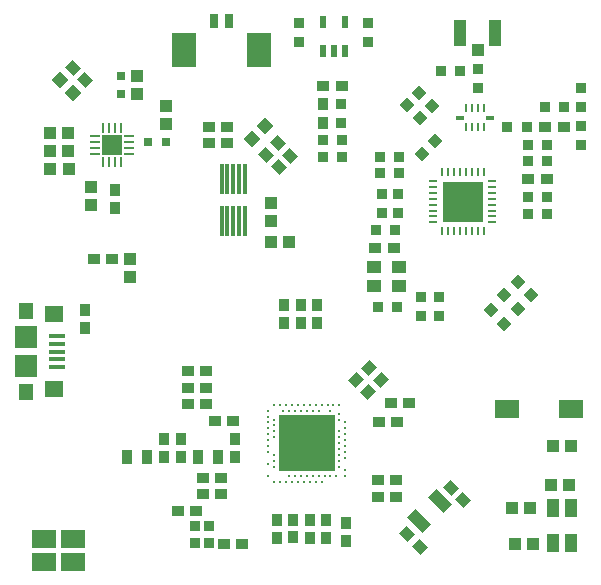
<source format=gtp>
G04 Layer_Color=8421504*
%FSLAX25Y25*%
%MOIN*%
G70*
G01*
G75*
%ADD11R,0.03543X0.03740*%
%ADD12R,0.19095X0.19095*%
G04:AMPARAMS|DCode=13|XSize=35.43mil|YSize=41.34mil|CornerRadius=0mil|HoleSize=0mil|Usage=FLASHONLY|Rotation=45.000|XOffset=0mil|YOffset=0mil|HoleType=Round|Shape=Rectangle|*
%AMROTATEDRECTD13*
4,1,4,0.00209,-0.02714,-0.02714,0.00209,-0.00209,0.02714,0.02714,-0.00209,0.00209,-0.02714,0.0*
%
%ADD13ROTATEDRECTD13*%

%ADD14R,0.03583X0.03780*%
%ADD15R,0.08032X0.06063*%
%ADD16R,0.06614X0.06614*%
%ADD17R,0.03347X0.00787*%
%ADD18R,0.00787X0.03347*%
%ADD19R,0.03150X0.03150*%
G04:AMPARAMS|DCode=20|XSize=35.43mil|YSize=37.4mil|CornerRadius=0mil|HoleSize=0mil|Usage=FLASHONLY|Rotation=225.000|XOffset=0mil|YOffset=0mil|HoleType=Round|Shape=Rectangle|*
%AMROTATEDRECTD20*
4,1,4,-0.00070,0.02575,0.02575,-0.00070,0.00070,-0.02575,-0.02575,0.00070,-0.00070,0.02575,0.0*
%
%ADD20ROTATEDRECTD20*%

%ADD21R,0.03937X0.04134*%
%ADD22R,0.03543X0.04134*%
G04:AMPARAMS|DCode=23|XSize=39.37mil|YSize=41.34mil|CornerRadius=0mil|HoleSize=0mil|Usage=FLASHONLY|Rotation=225.000|XOffset=0mil|YOffset=0mil|HoleType=Round|Shape=Rectangle|*
%AMROTATEDRECTD23*
4,1,4,-0.00070,0.02854,0.02854,-0.00070,0.00070,-0.02854,-0.02854,0.00070,-0.00070,0.02854,0.0*
%
%ADD23ROTATEDRECTD23*%

%ADD24R,0.04134X0.03937*%
%ADD25R,0.03150X0.05118*%
%ADD26R,0.08268X0.11811*%
%ADD27R,0.05118X0.04331*%
%ADD28R,0.03661X0.04921*%
%ADD29R,0.04134X0.03543*%
G04:AMPARAMS|DCode=30|XSize=39.37mil|YSize=70.87mil|CornerRadius=0mil|HoleSize=0mil|Usage=FLASHONLY|Rotation=45.000|XOffset=0mil|YOffset=0mil|HoleType=Round|Shape=Rectangle|*
%AMROTATEDRECTD30*
4,1,4,0.01114,-0.03897,-0.03897,0.01114,-0.01114,0.03897,0.03897,-0.01114,0.01114,-0.03897,0.0*
%
%ADD30ROTATEDRECTD30*%

%ADD31R,0.03347X0.03740*%
G04:AMPARAMS|DCode=32|XSize=39.37mil|YSize=41.34mil|CornerRadius=0mil|HoleSize=0mil|Usage=FLASHONLY|Rotation=315.000|XOffset=0mil|YOffset=0mil|HoleType=Round|Shape=Rectangle|*
%AMROTATEDRECTD32*
4,1,4,-0.02854,-0.00070,0.00070,0.02854,0.02854,0.00070,-0.00070,-0.02854,-0.02854,-0.00070,0.0*
%
%ADD32ROTATEDRECTD32*%

%ADD33R,0.03740X0.03543*%
%ADD34R,0.03740X0.03937*%
%ADD35R,0.03937X0.03740*%
G04:AMPARAMS|DCode=36|XSize=35.43mil|YSize=37.4mil|CornerRadius=0mil|HoleSize=0mil|Usage=FLASHONLY|Rotation=315.000|XOffset=0mil|YOffset=0mil|HoleType=Round|Shape=Rectangle|*
%AMROTATEDRECTD36*
4,1,4,-0.02575,-0.00070,0.00070,0.02575,0.02575,0.00070,-0.00070,-0.02575,-0.02575,-0.00070,0.0*
%
%ADD36ROTATEDRECTD36*%

%ADD37R,0.02362X0.04331*%
%ADD38R,0.03937X0.03937*%
%ADD39R,0.04134X0.08661*%
%ADD40R,0.01181X0.10039*%
%ADD41O,0.00787X0.03150*%
%ADD42O,0.03150X0.00787*%
%ADD43R,0.13386X0.13583*%
G04:AMPARAMS|DCode=44|XSize=35.43mil|YSize=41.34mil|CornerRadius=0mil|HoleSize=0mil|Usage=FLASHONLY|Rotation=315.000|XOffset=0mil|YOffset=0mil|HoleType=Round|Shape=Rectangle|*
%AMROTATEDRECTD44*
4,1,4,-0.02714,-0.00209,0.00209,0.02714,0.02714,0.00209,-0.00209,-0.02714,-0.02714,-0.00209,0.0*
%
%ADD44ROTATEDRECTD44*%

%ADD45R,0.03150X0.03150*%
%ADD46R,0.07480X0.07480*%
%ADD47R,0.05118X0.05709*%
%ADD48R,0.06299X0.05512*%
%ADD49R,0.05315X0.01575*%
%ADD50R,0.00984X0.03150*%
%ADD51R,0.03150X0.01181*%
%ADD52R,0.04331X0.05906*%
%ADD53R,0.07874X0.06299*%
%ADD79C,0.01181*%
D11*
X156500Y174650D02*
D03*
Y168350D02*
D03*
X111000Y163150D02*
D03*
Y156850D02*
D03*
X191000Y162000D02*
D03*
X191000Y168299D02*
D03*
X191000Y155650D02*
D03*
Y149350D02*
D03*
X130000Y126850D02*
D03*
Y133150D02*
D03*
X124500Y126850D02*
D03*
Y133150D02*
D03*
X143500Y98650D02*
D03*
Y92350D02*
D03*
X137500Y98650D02*
D03*
Y92350D02*
D03*
X120000Y190150D02*
D03*
Y183850D02*
D03*
X97000Y190150D02*
D03*
Y183850D02*
D03*
D12*
X99500Y50000D02*
D03*
D13*
X25588Y170912D02*
D03*
X21412Y175088D02*
D03*
X132912Y19588D02*
D03*
X137088Y15412D02*
D03*
X147468Y35175D02*
D03*
X151643Y30999D02*
D03*
X89826Y149916D02*
D03*
X94002Y145740D02*
D03*
X85912Y146088D02*
D03*
X90088Y141912D02*
D03*
D14*
X166173Y155500D02*
D03*
X172827D02*
D03*
D15*
X11894Y10402D02*
D03*
Y18000D02*
D03*
X21500Y10402D02*
D03*
Y18000D02*
D03*
D16*
X34500Y149398D02*
D03*
D17*
X28732Y146445D02*
D03*
Y148413D02*
D03*
Y150382D02*
D03*
Y152350D02*
D03*
X40268D02*
D03*
X40268Y150382D02*
D03*
Y148413D02*
D03*
Y146445D02*
D03*
D18*
X31547Y155165D02*
D03*
X33516D02*
D03*
X35484D02*
D03*
X37453D02*
D03*
Y143630D02*
D03*
X35484D02*
D03*
X33516Y143630D02*
D03*
X31547D02*
D03*
D19*
X46595Y150398D02*
D03*
X52500D02*
D03*
D20*
X165273Y99227D02*
D03*
X169727Y94773D02*
D03*
X137227Y158273D02*
D03*
X132773Y162727D02*
D03*
X136773Y166727D02*
D03*
X141227Y162273D02*
D03*
X169773Y103727D02*
D03*
X174227Y99273D02*
D03*
X160773Y94227D02*
D03*
X165227Y89773D02*
D03*
D21*
X43000Y172449D02*
D03*
Y166347D02*
D03*
X27500Y129398D02*
D03*
Y135500D02*
D03*
X52500Y156449D02*
D03*
Y162551D02*
D03*
X87500Y123949D02*
D03*
Y130051D02*
D03*
X40500Y111551D02*
D03*
Y105449D02*
D03*
D22*
X35500Y134453D02*
D03*
Y128547D02*
D03*
X52000Y45547D02*
D03*
Y51453D02*
D03*
X57500Y45547D02*
D03*
Y51453D02*
D03*
X92000Y90047D02*
D03*
Y95953D02*
D03*
X97500Y90047D02*
D03*
Y95953D02*
D03*
X103000Y90047D02*
D03*
Y95953D02*
D03*
X89500Y24453D02*
D03*
Y18547D02*
D03*
X95000Y24500D02*
D03*
Y18595D02*
D03*
X100500Y24453D02*
D03*
Y18547D02*
D03*
X106000Y24453D02*
D03*
Y18547D02*
D03*
X112500Y23453D02*
D03*
Y17547D02*
D03*
X75500Y45547D02*
D03*
Y51453D02*
D03*
X25500Y88547D02*
D03*
Y94453D02*
D03*
D23*
X21657Y166842D02*
D03*
X17343Y171158D02*
D03*
D24*
X13949Y153500D02*
D03*
X20051D02*
D03*
X13949Y147500D02*
D03*
X20051D02*
D03*
X14000Y141398D02*
D03*
X20102D02*
D03*
X87449Y117000D02*
D03*
X93551D02*
D03*
X181449Y49000D02*
D03*
X187551D02*
D03*
X187051Y36000D02*
D03*
X180949D02*
D03*
X174051Y28500D02*
D03*
X167949D02*
D03*
X168949Y16500D02*
D03*
X175051D02*
D03*
D25*
X73461Y190646D02*
D03*
X68539Y190646D02*
D03*
D26*
X58500Y181000D02*
D03*
X83500Y181000D02*
D03*
D27*
X121866Y108748D02*
D03*
X130134D02*
D03*
Y102252D02*
D03*
X121866D02*
D03*
D28*
X39614Y45500D02*
D03*
X46386D02*
D03*
X69886D02*
D03*
X63114D02*
D03*
D29*
X65047Y38500D02*
D03*
X70953D02*
D03*
X123340Y32050D02*
D03*
X129246D02*
D03*
X77953Y16500D02*
D03*
X72047D02*
D03*
X56547Y27500D02*
D03*
X62453D02*
D03*
X65047Y33000D02*
D03*
X70953D02*
D03*
X74953Y57500D02*
D03*
X69047D02*
D03*
X65953Y74000D02*
D03*
X60047D02*
D03*
X65953Y68500D02*
D03*
X60047D02*
D03*
X65953Y63000D02*
D03*
X60047D02*
D03*
X67047Y155500D02*
D03*
X72953D02*
D03*
X72953Y150000D02*
D03*
X67047D02*
D03*
X127547Y63500D02*
D03*
X133453D02*
D03*
X123547Y57000D02*
D03*
X129453D02*
D03*
X34453Y111500D02*
D03*
X28547D02*
D03*
X123340Y37707D02*
D03*
X129246D02*
D03*
D30*
X136917Y23917D02*
D03*
X143876Y30876D02*
D03*
D31*
X66764Y22354D02*
D03*
X62236D02*
D03*
Y16646D02*
D03*
X66764Y16646D02*
D03*
D32*
X85658Y155657D02*
D03*
X81343Y151342D02*
D03*
D33*
X104850Y151000D02*
D03*
X111150Y151000D02*
D03*
X104850Y145500D02*
D03*
X111150Y145500D02*
D03*
X130150D02*
D03*
X123850D02*
D03*
X150650Y174000D02*
D03*
X144350D02*
D03*
X178850Y162000D02*
D03*
X185150D02*
D03*
X173350Y149500D02*
D03*
X179650D02*
D03*
X179650Y144000D02*
D03*
X173350D02*
D03*
X179650Y126500D02*
D03*
X173350D02*
D03*
X179650Y132000D02*
D03*
X173350D02*
D03*
X122500Y121000D02*
D03*
X128799D02*
D03*
X130150Y140000D02*
D03*
X123850D02*
D03*
X123371Y95480D02*
D03*
X129670D02*
D03*
D34*
X105000Y163150D02*
D03*
X105000Y156850D02*
D03*
D35*
X104850Y169000D02*
D03*
X111150D02*
D03*
X178850Y155500D02*
D03*
X185150D02*
D03*
X173350Y138000D02*
D03*
X179650D02*
D03*
X128650Y115000D02*
D03*
X122350D02*
D03*
D36*
X137773Y146273D02*
D03*
X142227Y150727D02*
D03*
D37*
X104760Y190224D02*
D03*
X112240D02*
D03*
Y180776D02*
D03*
X108500D02*
D03*
X104760Y180776D02*
D03*
D38*
X156504Y180945D02*
D03*
D39*
X150697Y186850D02*
D03*
X162311D02*
D03*
D40*
X78937Y137890D02*
D03*
X76968D02*
D03*
X75000Y137890D02*
D03*
X73032D02*
D03*
X71063Y137890D02*
D03*
X78937Y124110D02*
D03*
X76968D02*
D03*
X75000Y124110D02*
D03*
X73032D02*
D03*
X71063Y124110D02*
D03*
D41*
X144610Y120658D02*
D03*
X146579D02*
D03*
X148547D02*
D03*
X150516D02*
D03*
X152484D02*
D03*
X154453D02*
D03*
X156421D02*
D03*
X158390D02*
D03*
Y140342D02*
D03*
X156421D02*
D03*
X154453D02*
D03*
X152484D02*
D03*
X150516D02*
D03*
X148547D02*
D03*
X146579D02*
D03*
X144610D02*
D03*
D42*
X161343Y123610D02*
D03*
Y125579D02*
D03*
Y127547D02*
D03*
Y129516D02*
D03*
Y131484D02*
D03*
Y133453D02*
D03*
Y135421D02*
D03*
Y137390D02*
D03*
X141657D02*
D03*
Y135421D02*
D03*
Y133453D02*
D03*
Y131484D02*
D03*
Y129516D02*
D03*
Y127547D02*
D03*
Y125579D02*
D03*
Y123610D02*
D03*
D43*
X151500Y130500D02*
D03*
D44*
X119912Y66912D02*
D03*
X124088Y71088D02*
D03*
X115912Y70912D02*
D03*
X120088Y75088D02*
D03*
D45*
X37500Y166492D02*
D03*
X37500Y172398D02*
D03*
D46*
X5734Y75776D02*
D03*
Y85224D02*
D03*
D47*
Y67016D02*
D03*
Y93984D02*
D03*
D48*
X15380Y93098D02*
D03*
Y67902D02*
D03*
D49*
X16266Y85618D02*
D03*
Y83059D02*
D03*
Y80500D02*
D03*
Y77941D02*
D03*
Y75382D02*
D03*
D50*
X152547Y155350D02*
D03*
X154516D02*
D03*
X156484D02*
D03*
X158453D02*
D03*
X152547Y161650D02*
D03*
X154516D02*
D03*
X156484D02*
D03*
X158453D02*
D03*
D51*
X150579Y158500D02*
D03*
X160421D02*
D03*
D52*
X181547Y16594D02*
D03*
X187453D02*
D03*
Y28405D02*
D03*
X181547Y28405D02*
D03*
D53*
X166370Y61500D02*
D03*
X187630D02*
D03*
D79*
X106390Y62795D02*
D03*
X108358D02*
D03*
X90642Y37205D02*
D03*
X104421D02*
D03*
X102453D02*
D03*
X100484D02*
D03*
X98516D02*
D03*
X96547D02*
D03*
X94579D02*
D03*
X92610D02*
D03*
X88673D02*
D03*
X112295Y39173D02*
D03*
X109343D02*
D03*
X107374D02*
D03*
X105405D02*
D03*
X103437D02*
D03*
X101469D02*
D03*
X99500D02*
D03*
X97531D02*
D03*
X95563D02*
D03*
X93594D02*
D03*
X86705D02*
D03*
X88673Y42126D02*
D03*
X112295Y41142D02*
D03*
X110327Y42126D02*
D03*
X86705Y43110D02*
D03*
X110327Y44094D02*
D03*
X88673D02*
D03*
X112295Y45079D02*
D03*
X110327Y46063D02*
D03*
X88673D02*
D03*
X112295Y47047D02*
D03*
X86705D02*
D03*
X110327Y48031D02*
D03*
X112295Y49016D02*
D03*
X86705D02*
D03*
X110327Y50000D02*
D03*
X112295Y50984D02*
D03*
X86705D02*
D03*
X110327Y51968D02*
D03*
X88673D02*
D03*
X112295Y52953D02*
D03*
X86705D02*
D03*
X110327Y53937D02*
D03*
X88673D02*
D03*
X112295Y54921D02*
D03*
X86705D02*
D03*
X88673Y55905D02*
D03*
X112295Y56890D02*
D03*
X86705D02*
D03*
X110327Y57874D02*
D03*
X88673D02*
D03*
X86705Y58858D02*
D03*
X110327Y59842D02*
D03*
X107374Y60827D02*
D03*
X103437D02*
D03*
X101469D02*
D03*
X99500D02*
D03*
X97531D02*
D03*
X95563D02*
D03*
X93594D02*
D03*
X91626D02*
D03*
X86705D02*
D03*
X110327Y62795D02*
D03*
X104421D02*
D03*
X102453D02*
D03*
X100484D02*
D03*
X98516D02*
D03*
X96547D02*
D03*
X94579D02*
D03*
X92610D02*
D03*
X90642D02*
D03*
X88673D02*
D03*
M02*

</source>
